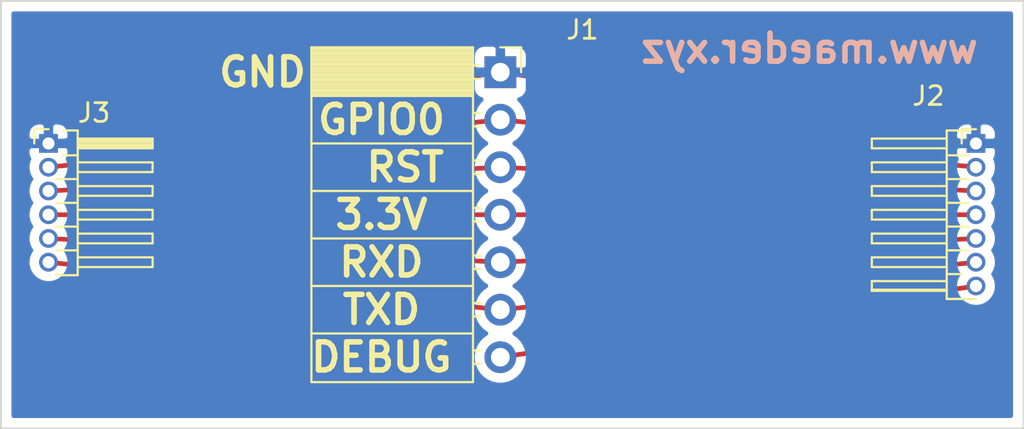
<source format=kicad_pcb>
(kicad_pcb (version 20171130) (host pcbnew "(5.1.9)-1")

  (general
    (thickness 1.6)
    (drawings 9)
    (tracks 13)
    (zones 0)
    (modules 3)
    (nets 8)
  )

  (page A4)
  (layers
    (0 F.Cu signal)
    (31 B.Cu signal)
    (32 B.Adhes user)
    (33 F.Adhes user)
    (34 B.Paste user)
    (35 F.Paste user)
    (36 B.SilkS user)
    (37 F.SilkS user)
    (38 B.Mask user)
    (39 F.Mask user)
    (40 Dwgs.User user)
    (41 Cmts.User user)
    (42 Eco1.User user)
    (43 Eco2.User user)
    (44 Edge.Cuts user)
    (45 Margin user)
    (46 B.CrtYd user)
    (47 F.CrtYd user)
    (48 B.Fab user)
    (49 F.Fab user)
  )

  (setup
    (last_trace_width 0.25)
    (trace_clearance 0.2)
    (zone_clearance 0.508)
    (zone_45_only no)
    (trace_min 0.2)
    (via_size 0.8)
    (via_drill 0.4)
    (via_min_size 0.4)
    (via_min_drill 0.3)
    (uvia_size 0.3)
    (uvia_drill 0.1)
    (uvias_allowed no)
    (uvia_min_size 0.2)
    (uvia_min_drill 0.1)
    (edge_width 0.05)
    (segment_width 0.2)
    (pcb_text_width 0.3)
    (pcb_text_size 1.5 1.5)
    (mod_edge_width 0.12)
    (mod_text_size 1 1)
    (mod_text_width 0.15)
    (pad_size 1.524 1.524)
    (pad_drill 0.762)
    (pad_to_mask_clearance 0)
    (aux_axis_origin 0 0)
    (visible_elements 7FFFFFFF)
    (pcbplotparams
      (layerselection 0x010fc_ffffffff)
      (usegerberextensions false)
      (usegerberattributes true)
      (usegerberadvancedattributes true)
      (creategerberjobfile true)
      (excludeedgelayer true)
      (linewidth 0.100000)
      (plotframeref false)
      (viasonmask false)
      (mode 1)
      (useauxorigin false)
      (hpglpennumber 1)
      (hpglpenspeed 20)
      (hpglpendiameter 15.000000)
      (psnegative false)
      (psa4output false)
      (plotreference true)
      (plotvalue true)
      (plotinvisibletext false)
      (padsonsilk false)
      (subtractmaskfromsilk false)
      (outputformat 1)
      (mirror false)
      (drillshape 1)
      (scaleselection 1)
      (outputdirectory ""))
  )

  (net 0 "")
  (net 1 "Net-(J1-Pad7)")
  (net 2 "Net-(J1-Pad6)")
  (net 3 "Net-(J1-Pad5)")
  (net 4 "Net-(J1-Pad4)")
  (net 5 "Net-(J1-Pad3)")
  (net 6 "Net-(J1-Pad2)")
  (net 7 "Net-(J1-Pad1)")

  (net_class Default "This is the default net class."
    (clearance 0.2)
    (trace_width 0.25)
    (via_dia 0.8)
    (via_drill 0.4)
    (uvia_dia 0.3)
    (uvia_drill 0.1)
    (add_net "Net-(J1-Pad1)")
    (add_net "Net-(J1-Pad2)")
    (add_net "Net-(J1-Pad3)")
    (add_net "Net-(J1-Pad4)")
    (add_net "Net-(J1-Pad5)")
    (add_net "Net-(J1-Pad6)")
    (add_net "Net-(J1-Pad7)")
  )

  (module Connector_PinHeader_1.27mm:PinHeader_1x07_P1.27mm_Horizontal (layer F.Cu) (tedit 6004C432) (tstamp 60050DDD)
    (at 241.3 109.22)
    (descr "Through hole angled pin header, 1x07, 1.27mm pitch, 4.0mm pin length, single row")
    (tags "Through hole angled pin header THT 1x07 1.27mm single row")
    (path /600717E6)
    (fp_text reference J2 (at -2.54 -2.54 -180) (layer F.SilkS)
      (effects (font (size 1 1) (thickness 0.15)))
    )
    (fp_text value "SHELLY DIMMER2" (at -5.08 10.16) (layer F.Fab)
      (effects (font (size 1 1) (thickness 0.15)))
    )
    (fp_line (start -6 -1.18) (end -1.15 -1.15) (layer F.CrtYd) (width 0.05))
    (fp_line (start -6 -1.18) (end -6 8.77) (layer F.CrtYd) (width 0.05))
    (fp_line (start -1.15 8.8) (end -6 8.77) (layer F.CrtYd) (width 0.05))
    (fp_line (start -1.15 -1.15) (end -1.15 8.8) (layer F.CrtYd) (width 0.05))
    (fp_line (start -0.76 -0.76) (end 0 -0.76) (layer F.SilkS) (width 0.12))
    (fp_line (start -0.76 0) (end -0.76 -0.76) (layer F.SilkS) (width 0.12))
    (fp_line (start -5.56 -0.26) (end -1.56 -0.26) (layer F.SilkS) (width 0.12))
    (fp_line (start -5.56 0.26) (end -5.56 -0.26) (layer F.SilkS) (width 0.12))
    (fp_line (start -1.56 0.26) (end -5.56 0.26) (layer F.SilkS) (width 0.12))
    (fp_line (start -0.44 0.650323) (end -0.44 0.619677) (layer F.SilkS) (width 0.12))
    (fp_line (start -0.44 0.635) (end -1.56 0.635) (layer F.SilkS) (width 0.12))
    (fp_line (start -5.56 1.01) (end -1.56 1.01) (layer F.SilkS) (width 0.12))
    (fp_line (start -5.56 1.53) (end -5.56 1.01) (layer F.SilkS) (width 0.12))
    (fp_line (start -1.56 1.53) (end -5.56 1.53) (layer F.SilkS) (width 0.12))
    (fp_line (start -0.44 1.920323) (end -0.44 1.889677) (layer F.SilkS) (width 0.12))
    (fp_line (start -0.44 1.905) (end -1.56 1.905) (layer F.SilkS) (width 0.12))
    (fp_line (start -5.56 2.28) (end -1.56 2.28) (layer F.SilkS) (width 0.12))
    (fp_line (start -5.56 2.8) (end -5.56 2.28) (layer F.SilkS) (width 0.12))
    (fp_line (start -1.56 2.8) (end -5.56 2.8) (layer F.SilkS) (width 0.12))
    (fp_line (start -0.44 3.190323) (end -0.44 3.159677) (layer F.SilkS) (width 0.12))
    (fp_line (start -0.44 3.175) (end -1.56 3.175) (layer F.SilkS) (width 0.12))
    (fp_line (start -5.56 3.55) (end -1.56 3.55) (layer F.SilkS) (width 0.12))
    (fp_line (start -5.56 4.07) (end -5.56 3.55) (layer F.SilkS) (width 0.12))
    (fp_line (start -1.56 4.07) (end -5.56 4.07) (layer F.SilkS) (width 0.12))
    (fp_line (start -0.44 4.460323) (end -0.44 4.429677) (layer F.SilkS) (width 0.12))
    (fp_line (start -0.44 4.445) (end -1.56 4.445) (layer F.SilkS) (width 0.12))
    (fp_line (start -5.56 4.82) (end -1.56 4.82) (layer F.SilkS) (width 0.12))
    (fp_line (start -5.56 5.34) (end -5.56 4.82) (layer F.SilkS) (width 0.12))
    (fp_line (start -1.56 5.34) (end -5.56 5.34) (layer F.SilkS) (width 0.12))
    (fp_line (start -0.44 5.730323) (end -0.44 5.699677) (layer F.SilkS) (width 0.12))
    (fp_line (start -0.44 5.715) (end -1.56 5.715) (layer F.SilkS) (width 0.12))
    (fp_line (start -5.56 6.09) (end -1.56 6.09) (layer F.SilkS) (width 0.12))
    (fp_line (start -5.56 6.61) (end -5.56 6.09) (layer F.SilkS) (width 0.12))
    (fp_line (start -1.56 6.61) (end -5.56 6.61) (layer F.SilkS) (width 0.12))
    (fp_line (start -0.76 6.985) (end -1.56 6.985) (layer F.SilkS) (width 0.12))
    (fp_line (start 0 8.315) (end -1.56 8.315) (layer F.SilkS) (width 0.12))
    (fp_line (start -1.56 7.82) (end -5.56 7.82) (layer F.SilkS) (width 0.12))
    (fp_line (start -5.56 7.36) (end -1.56 7.36) (layer F.SilkS) (width 0.12))
    (fp_line (start -5.56 7.88) (end -5.56 7.36) (layer F.SilkS) (width 0.12))
    (fp_line (start -1.56 7.88) (end -5.56 7.88) (layer F.SilkS) (width 0.12))
    (fp_line (start -0.44 -0.695) (end -0.44 -0.619677) (layer F.SilkS) (width 0.12))
    (fp_line (start -1.56 -0.695) (end -0.44 -0.695) (layer F.SilkS) (width 0.12))
    (fp_line (start -1.56 8.315) (end -1.56 -0.695) (layer F.SilkS) (width 0.12))
    (fp_line (start -0.76 8.315) (end -1.56 8.315) (layer F.SilkS) (width 0.12))
    (fp_line (start -1.5 -0.2) (end -5.5 -0.2) (layer F.Fab) (width 0.1))
    (fp_line (start -5.5 0.2) (end -5.5 -0.2) (layer F.Fab) (width 0.1))
    (fp_line (start -1.5 0.2) (end -5.5 0.2) (layer F.Fab) (width 0.1))
    (fp_line (start -0.2 7.82) (end 0.5 7.82) (layer F.Fab) (width 0.1))
    (fp_line (start -0.2 7.42) (end -0.2 7.82) (layer F.Fab) (width 0.1))
    (fp_line (start -0.2 7.42) (end 0.5 7.42) (layer F.Fab) (width 0.1))
    (fp_line (start -1.5 1.07) (end -5.5 1.07) (layer F.Fab) (width 0.1))
    (fp_line (start -5.5 1.47) (end -5.5 1.07) (layer F.Fab) (width 0.1))
    (fp_line (start -1.5 1.47) (end -5.5 1.47) (layer F.Fab) (width 0.1))
    (fp_line (start -0.2 6.55) (end 0.5 6.55) (layer F.Fab) (width 0.1))
    (fp_line (start -0.2 6.15) (end -0.2 6.55) (layer F.Fab) (width 0.1))
    (fp_line (start -0.2 6.15) (end 0.5 6.15) (layer F.Fab) (width 0.1))
    (fp_line (start -1.5 2.34) (end -5.5 2.34) (layer F.Fab) (width 0.1))
    (fp_line (start -5.5 2.74) (end -5.5 2.34) (layer F.Fab) (width 0.1))
    (fp_line (start -1.5 2.74) (end -5.5 2.74) (layer F.Fab) (width 0.1))
    (fp_line (start -0.2 5.28) (end 0.5 5.28) (layer F.Fab) (width 0.1))
    (fp_line (start -0.2 4.88) (end -0.2 5.28) (layer F.Fab) (width 0.1))
    (fp_line (start -0.2 4.88) (end 0.5 4.88) (layer F.Fab) (width 0.1))
    (fp_line (start -1.5 3.61) (end -5.5 3.61) (layer F.Fab) (width 0.1))
    (fp_line (start -5.5 4.01) (end -5.5 3.61) (layer F.Fab) (width 0.1))
    (fp_line (start -1.5 4.01) (end -5.5 4.01) (layer F.Fab) (width 0.1))
    (fp_line (start -0.2 4.01) (end 0.5 4.01) (layer F.Fab) (width 0.1))
    (fp_line (start -0.2 3.61) (end -0.2 4.01) (layer F.Fab) (width 0.1))
    (fp_line (start -0.2 3.61) (end 0.5 3.61) (layer F.Fab) (width 0.1))
    (fp_line (start -1.5 4.88) (end -5.5 4.88) (layer F.Fab) (width 0.1))
    (fp_line (start -5.5 5.28) (end -5.5 4.88) (layer F.Fab) (width 0.1))
    (fp_line (start -1.5 5.28) (end -5.5 5.28) (layer F.Fab) (width 0.1))
    (fp_line (start -0.2 2.74) (end 0.5 2.74) (layer F.Fab) (width 0.1))
    (fp_line (start -0.2 2.34) (end -0.2 2.74) (layer F.Fab) (width 0.1))
    (fp_line (start -0.2 2.34) (end 0.5 2.34) (layer F.Fab) (width 0.1))
    (fp_line (start -1.5 6.15) (end -5.5 6.15) (layer F.Fab) (width 0.1))
    (fp_line (start -5.5 6.55) (end -5.5 6.15) (layer F.Fab) (width 0.1))
    (fp_line (start -1.5 6.55) (end -5.5 6.55) (layer F.Fab) (width 0.1))
    (fp_line (start -0.2 1.47) (end 0.5 1.47) (layer F.Fab) (width 0.1))
    (fp_line (start -0.2 1.07) (end -0.2 1.47) (layer F.Fab) (width 0.1))
    (fp_line (start -0.2 1.07) (end 0.5 1.07) (layer F.Fab) (width 0.1))
    (fp_line (start -1.5 7.42) (end -5.5 7.42) (layer F.Fab) (width 0.1))
    (fp_line (start -5.5 7.82) (end -5.5 7.42) (layer F.Fab) (width 0.1))
    (fp_line (start -1.5 7.82) (end -5.5 7.82) (layer F.Fab) (width 0.1))
    (fp_line (start -0.2 0.2) (end 0.5 0.2) (layer F.Fab) (width 0.1))
    (fp_line (start -0.2 -0.2) (end -0.2 0.2) (layer F.Fab) (width 0.1))
    (fp_line (start -0.2 -0.2) (end 0.5 -0.2) (layer F.Fab) (width 0.1))
    (fp_line (start -0.5 8.005) (end -0.75 8.255) (layer F.Fab) (width 0.1))
    (fp_line (start -0.5 -0.635) (end -0.5 8.005) (layer F.Fab) (width 0.1))
    (fp_line (start -1.5 -0.635) (end -0.5 -0.635) (layer F.Fab) (width 0.1))
    (fp_line (start -1.5 8.255) (end -1.5 -0.635) (layer F.Fab) (width 0.1))
    (fp_line (start -0.75 8.255) (end -1.5 8.255) (layer F.Fab) (width 0.1))
    (fp_text user %R (at -1 3.81 -90) (layer F.Fab)
      (effects (font (size 0.6 0.6) (thickness 0.09)))
    )
    (pad 7 thru_hole oval (at 0 7.62) (size 1 1) (drill 0.65) (layers *.Cu *.Mask)
      (net 1 "Net-(J1-Pad7)"))
    (pad 6 thru_hole oval (at 0 6.35) (size 1 1) (drill 0.65) (layers *.Cu *.Mask)
      (net 2 "Net-(J1-Pad6)"))
    (pad 5 thru_hole oval (at 0 5.08) (size 1 1) (drill 0.65) (layers *.Cu *.Mask)
      (net 3 "Net-(J1-Pad5)"))
    (pad 4 thru_hole oval (at 0 3.81) (size 1 1) (drill 0.65) (layers *.Cu *.Mask)
      (net 4 "Net-(J1-Pad4)"))
    (pad 3 thru_hole oval (at 0 2.54) (size 1 1) (drill 0.65) (layers *.Cu *.Mask)
      (net 5 "Net-(J1-Pad3)"))
    (pad 2 thru_hole oval (at 0 1.27) (size 1 1) (drill 0.65) (layers *.Cu *.Mask)
      (net 6 "Net-(J1-Pad2)"))
    (pad 1 thru_hole rect (at 0 0) (size 1 1) (drill 0.65) (layers *.Cu *.Mask)
      (net 7 "Net-(J1-Pad1)"))
    (model ${KISYS3DMOD}/Connector_PinHeader_1.27mm.3dshapes/PinHeader_1x07_P1.27mm_Horizontal.wrl
      (at (xyz 0 0 0))
      (scale (xyz 1 1 1))
      (rotate (xyz 0 0 0))
    )
  )

  (module Connector_PinSocket_2.54mm:PinSocket_1x07_P2.54mm_Horizontal (layer F.Cu) (tedit 5A19A42A) (tstamp 60050D74)
    (at 215.9 105.41)
    (descr "Through hole angled socket strip, 1x07, 2.54mm pitch, 8.51mm socket length, single row (from Kicad 4.0.7), script generated")
    (tags "Through hole angled socket strip THT 1x07 2.54mm single row")
    (path /60074397)
    (fp_text reference J1 (at 4.385 -2.27) (layer F.SilkS)
      (effects (font (size 1 1) (thickness 0.15)))
    )
    (fp_text value TO_SERIAL_USB (at 4.385 17.51) (layer F.Fab)
      (effects (font (size 1 1) (thickness 0.15)))
    )
    (fp_text user %R (at 2.77 7.62 90) (layer F.Fab)
      (effects (font (size 1 1) (thickness 0.15)))
    )
    (fp_line (start -10.03 -1.27) (end -2.49 -1.27) (layer F.Fab) (width 0.1))
    (fp_line (start -2.49 -1.27) (end -1.52 -0.3) (layer F.Fab) (width 0.1))
    (fp_line (start -1.52 -0.3) (end -1.52 16.51) (layer F.Fab) (width 0.1))
    (fp_line (start -1.52 16.51) (end -10.03 16.51) (layer F.Fab) (width 0.1))
    (fp_line (start -10.03 16.51) (end -10.03 -1.27) (layer F.Fab) (width 0.1))
    (fp_line (start 0 -0.3) (end -1.52 -0.3) (layer F.Fab) (width 0.1))
    (fp_line (start -1.52 0.3) (end 0 0.3) (layer F.Fab) (width 0.1))
    (fp_line (start 0 0.3) (end 0 -0.3) (layer F.Fab) (width 0.1))
    (fp_line (start 0 2.24) (end -1.52 2.24) (layer F.Fab) (width 0.1))
    (fp_line (start -1.52 2.84) (end 0 2.84) (layer F.Fab) (width 0.1))
    (fp_line (start 0 2.84) (end 0 2.24) (layer F.Fab) (width 0.1))
    (fp_line (start 0 4.78) (end -1.52 4.78) (layer F.Fab) (width 0.1))
    (fp_line (start -1.52 5.38) (end 0 5.38) (layer F.Fab) (width 0.1))
    (fp_line (start 0 5.38) (end 0 4.78) (layer F.Fab) (width 0.1))
    (fp_line (start 0 7.32) (end -1.52 7.32) (layer F.Fab) (width 0.1))
    (fp_line (start -1.52 7.92) (end 0 7.92) (layer F.Fab) (width 0.1))
    (fp_line (start 0 7.92) (end 0 7.32) (layer F.Fab) (width 0.1))
    (fp_line (start 0 9.86) (end -1.52 9.86) (layer F.Fab) (width 0.1))
    (fp_line (start -1.52 10.46) (end 0 10.46) (layer F.Fab) (width 0.1))
    (fp_line (start 0 10.46) (end 0 9.86) (layer F.Fab) (width 0.1))
    (fp_line (start 0 12.4) (end -1.52 12.4) (layer F.Fab) (width 0.1))
    (fp_line (start -1.52 13) (end 0 13) (layer F.Fab) (width 0.1))
    (fp_line (start 0 13) (end 0 12.4) (layer F.Fab) (width 0.1))
    (fp_line (start 0 14.94) (end -1.52 14.94) (layer F.Fab) (width 0.1))
    (fp_line (start -1.52 15.54) (end 0 15.54) (layer F.Fab) (width 0.1))
    (fp_line (start 0 15.54) (end 0 14.94) (layer F.Fab) (width 0.1))
    (fp_line (start -10.09 -1.21) (end -1.46 -1.21) (layer F.SilkS) (width 0.12))
    (fp_line (start -10.09 -1.091905) (end -1.46 -1.091905) (layer F.SilkS) (width 0.12))
    (fp_line (start -10.09 -0.97381) (end -1.46 -0.97381) (layer F.SilkS) (width 0.12))
    (fp_line (start -10.09 -0.855715) (end -1.46 -0.855715) (layer F.SilkS) (width 0.12))
    (fp_line (start -10.09 -0.73762) (end -1.46 -0.73762) (layer F.SilkS) (width 0.12))
    (fp_line (start -10.09 -0.619525) (end -1.46 -0.619525) (layer F.SilkS) (width 0.12))
    (fp_line (start -10.09 -0.50143) (end -1.46 -0.50143) (layer F.SilkS) (width 0.12))
    (fp_line (start -10.09 -0.383335) (end -1.46 -0.383335) (layer F.SilkS) (width 0.12))
    (fp_line (start -10.09 -0.26524) (end -1.46 -0.26524) (layer F.SilkS) (width 0.12))
    (fp_line (start -10.09 -0.147145) (end -1.46 -0.147145) (layer F.SilkS) (width 0.12))
    (fp_line (start -10.09 -0.02905) (end -1.46 -0.02905) (layer F.SilkS) (width 0.12))
    (fp_line (start -10.09 0.089045) (end -1.46 0.089045) (layer F.SilkS) (width 0.12))
    (fp_line (start -10.09 0.20714) (end -1.46 0.20714) (layer F.SilkS) (width 0.12))
    (fp_line (start -10.09 0.325235) (end -1.46 0.325235) (layer F.SilkS) (width 0.12))
    (fp_line (start -10.09 0.44333) (end -1.46 0.44333) (layer F.SilkS) (width 0.12))
    (fp_line (start -10.09 0.561425) (end -1.46 0.561425) (layer F.SilkS) (width 0.12))
    (fp_line (start -10.09 0.67952) (end -1.46 0.67952) (layer F.SilkS) (width 0.12))
    (fp_line (start -10.09 0.797615) (end -1.46 0.797615) (layer F.SilkS) (width 0.12))
    (fp_line (start -10.09 0.91571) (end -1.46 0.91571) (layer F.SilkS) (width 0.12))
    (fp_line (start -10.09 1.033805) (end -1.46 1.033805) (layer F.SilkS) (width 0.12))
    (fp_line (start -10.09 1.1519) (end -1.46 1.1519) (layer F.SilkS) (width 0.12))
    (fp_line (start -1.46 -0.36) (end -1.11 -0.36) (layer F.SilkS) (width 0.12))
    (fp_line (start -1.46 0.36) (end -1.11 0.36) (layer F.SilkS) (width 0.12))
    (fp_line (start -1.46 2.18) (end -1.05 2.18) (layer F.SilkS) (width 0.12))
    (fp_line (start -1.46 2.9) (end -1.05 2.9) (layer F.SilkS) (width 0.12))
    (fp_line (start -1.46 4.72) (end -1.05 4.72) (layer F.SilkS) (width 0.12))
    (fp_line (start -1.46 5.44) (end -1.05 5.44) (layer F.SilkS) (width 0.12))
    (fp_line (start -1.46 7.26) (end -1.05 7.26) (layer F.SilkS) (width 0.12))
    (fp_line (start -1.46 7.98) (end -1.05 7.98) (layer F.SilkS) (width 0.12))
    (fp_line (start -1.46 9.8) (end -1.05 9.8) (layer F.SilkS) (width 0.12))
    (fp_line (start -1.46 10.52) (end -1.05 10.52) (layer F.SilkS) (width 0.12))
    (fp_line (start -1.46 12.34) (end -1.05 12.34) (layer F.SilkS) (width 0.12))
    (fp_line (start -1.46 13.06) (end -1.05 13.06) (layer F.SilkS) (width 0.12))
    (fp_line (start -1.46 14.88) (end -1.05 14.88) (layer F.SilkS) (width 0.12))
    (fp_line (start -1.46 15.6) (end -1.05 15.6) (layer F.SilkS) (width 0.12))
    (fp_line (start -10.09 1.27) (end -1.46 1.27) (layer F.SilkS) (width 0.12))
    (fp_line (start -10.09 3.81) (end -1.46 3.81) (layer F.SilkS) (width 0.12))
    (fp_line (start -10.09 6.35) (end -1.46 6.35) (layer F.SilkS) (width 0.12))
    (fp_line (start -10.09 8.89) (end -1.46 8.89) (layer F.SilkS) (width 0.12))
    (fp_line (start -10.09 11.43) (end -1.46 11.43) (layer F.SilkS) (width 0.12))
    (fp_line (start -10.09 13.97) (end -1.46 13.97) (layer F.SilkS) (width 0.12))
    (fp_line (start -10.09 -1.33) (end -1.46 -1.33) (layer F.SilkS) (width 0.12))
    (fp_line (start -1.46 -1.33) (end -1.46 16.57) (layer F.SilkS) (width 0.12))
    (fp_line (start -10.09 16.57) (end -1.46 16.57) (layer F.SilkS) (width 0.12))
    (fp_line (start -10.09 -1.33) (end -10.09 16.57) (layer F.SilkS) (width 0.12))
    (fp_line (start 1.11 -1.33) (end 1.11 0) (layer F.SilkS) (width 0.12))
    (fp_line (start 0 -1.33) (end 1.11 -1.33) (layer F.SilkS) (width 0.12))
    (fp_line (start 1.75 -1.75) (end -10.55 -1.75) (layer F.CrtYd) (width 0.05))
    (fp_line (start -10.55 -1.75) (end -10.55 17.05) (layer F.CrtYd) (width 0.05))
    (fp_line (start -10.55 17.05) (end 1.75 17.05) (layer F.CrtYd) (width 0.05))
    (fp_line (start 1.75 17.05) (end 1.75 -1.75) (layer F.CrtYd) (width 0.05))
    (pad 7 thru_hole oval (at 0 15.24) (size 1.7 1.7) (drill 1) (layers *.Cu *.Mask)
      (net 1 "Net-(J1-Pad7)"))
    (pad 6 thru_hole oval (at 0 12.7) (size 1.7 1.7) (drill 1) (layers *.Cu *.Mask)
      (net 2 "Net-(J1-Pad6)"))
    (pad 5 thru_hole oval (at 0 10.16) (size 1.7 1.7) (drill 1) (layers *.Cu *.Mask)
      (net 3 "Net-(J1-Pad5)"))
    (pad 4 thru_hole oval (at 0 7.62) (size 1.7 1.7) (drill 1) (layers *.Cu *.Mask)
      (net 4 "Net-(J1-Pad4)"))
    (pad 3 thru_hole oval (at 0 5.08) (size 1.7 1.7) (drill 1) (layers *.Cu *.Mask)
      (net 5 "Net-(J1-Pad3)"))
    (pad 2 thru_hole oval (at 0 2.54) (size 1.7 1.7) (drill 1) (layers *.Cu *.Mask)
      (net 6 "Net-(J1-Pad2)"))
    (pad 1 thru_hole rect (at 0 0) (size 1.7 1.7) (drill 1) (layers *.Cu *.Mask)
      (net 7 "Net-(J1-Pad1)"))
    (model ${KISYS3DMOD}/Connector_PinSocket_2.54mm.3dshapes/PinSocket_1x07_P2.54mm_Horizontal.wrl
      (at (xyz 0 0 0))
      (scale (xyz 1 1 1))
      (rotate (xyz 0 0 0))
    )
  )

  (module Connector_PinHeader_1.27mm:PinHeader_1x06_P1.27mm_Horizontal (layer F.Cu) (tedit 59FED6E3) (tstamp 60050E3A)
    (at 191.77 109.22)
    (descr "Through hole angled pin header, 1x06, 1.27mm pitch, 4.0mm pin length, single row")
    (tags "Through hole angled pin header THT 1x06 1.27mm single row")
    (path /6007A990)
    (fp_text reference J3 (at 2.4325 -1.635) (layer F.SilkS)
      (effects (font (size 1 1) (thickness 0.15)))
    )
    (fp_text value "SHELLY 2.5" (at 3.81 8.89) (layer F.Fab)
      (effects (font (size 1 1) (thickness 0.15)))
    )
    (fp_line (start 6 -1.15) (end -1.15 -1.15) (layer F.CrtYd) (width 0.05))
    (fp_line (start 6 7.5) (end 6 -1.15) (layer F.CrtYd) (width 0.05))
    (fp_line (start -1.15 7.5) (end 6 7.5) (layer F.CrtYd) (width 0.05))
    (fp_line (start -1.15 -1.15) (end -1.15 7.5) (layer F.CrtYd) (width 0.05))
    (fp_line (start -0.76 -0.76) (end 0 -0.76) (layer F.SilkS) (width 0.12))
    (fp_line (start -0.76 0) (end -0.76 -0.76) (layer F.SilkS) (width 0.12))
    (fp_line (start 5.56 6.61) (end 1.56 6.61) (layer F.SilkS) (width 0.12))
    (fp_line (start 5.56 6.09) (end 5.56 6.61) (layer F.SilkS) (width 0.12))
    (fp_line (start 1.56 6.09) (end 5.56 6.09) (layer F.SilkS) (width 0.12))
    (fp_line (start 0.44 5.699677) (end 0.44 5.730323) (layer F.SilkS) (width 0.12))
    (fp_line (start 0.44 5.715) (end 1.56 5.715) (layer F.SilkS) (width 0.12))
    (fp_line (start 5.56 5.34) (end 1.56 5.34) (layer F.SilkS) (width 0.12))
    (fp_line (start 5.56 4.82) (end 5.56 5.34) (layer F.SilkS) (width 0.12))
    (fp_line (start 1.56 4.82) (end 5.56 4.82) (layer F.SilkS) (width 0.12))
    (fp_line (start 0.44 4.429677) (end 0.44 4.460323) (layer F.SilkS) (width 0.12))
    (fp_line (start 0.44 4.445) (end 1.56 4.445) (layer F.SilkS) (width 0.12))
    (fp_line (start 5.56 4.07) (end 1.56 4.07) (layer F.SilkS) (width 0.12))
    (fp_line (start 5.56 3.55) (end 5.56 4.07) (layer F.SilkS) (width 0.12))
    (fp_line (start 1.56 3.55) (end 5.56 3.55) (layer F.SilkS) (width 0.12))
    (fp_line (start 0.44 3.159677) (end 0.44 3.190323) (layer F.SilkS) (width 0.12))
    (fp_line (start 0.44 3.175) (end 1.56 3.175) (layer F.SilkS) (width 0.12))
    (fp_line (start 5.56 2.8) (end 1.56 2.8) (layer F.SilkS) (width 0.12))
    (fp_line (start 5.56 2.28) (end 5.56 2.8) (layer F.SilkS) (width 0.12))
    (fp_line (start 1.56 2.28) (end 5.56 2.28) (layer F.SilkS) (width 0.12))
    (fp_line (start 0.44 1.889677) (end 0.44 1.920323) (layer F.SilkS) (width 0.12))
    (fp_line (start 0.44 1.905) (end 1.56 1.905) (layer F.SilkS) (width 0.12))
    (fp_line (start 5.56 1.53) (end 1.56 1.53) (layer F.SilkS) (width 0.12))
    (fp_line (start 5.56 1.01) (end 5.56 1.53) (layer F.SilkS) (width 0.12))
    (fp_line (start 1.56 1.01) (end 5.56 1.01) (layer F.SilkS) (width 0.12))
    (fp_line (start 0.76 0.635) (end 1.56 0.635) (layer F.SilkS) (width 0.12))
    (fp_line (start 1.56 0.16) (end 5.56 0.16) (layer F.SilkS) (width 0.12))
    (fp_line (start 1.56 0.04) (end 5.56 0.04) (layer F.SilkS) (width 0.12))
    (fp_line (start 1.56 -0.08) (end 5.56 -0.08) (layer F.SilkS) (width 0.12))
    (fp_line (start 1.56 -0.2) (end 5.56 -0.2) (layer F.SilkS) (width 0.12))
    (fp_line (start 5.56 0.26) (end 1.56 0.26) (layer F.SilkS) (width 0.12))
    (fp_line (start 5.56 -0.26) (end 5.56 0.26) (layer F.SilkS) (width 0.12))
    (fp_line (start 1.56 -0.26) (end 5.56 -0.26) (layer F.SilkS) (width 0.12))
    (fp_line (start 0.44 7.045) (end 0.44 6.969677) (layer F.SilkS) (width 0.12))
    (fp_line (start 1.56 7.045) (end 0.44 7.045) (layer F.SilkS) (width 0.12))
    (fp_line (start 1.56 -0.695) (end 1.56 7.045) (layer F.SilkS) (width 0.12))
    (fp_line (start 0.76 -0.695) (end 1.56 -0.695) (layer F.SilkS) (width 0.12))
    (fp_line (start 1.5 6.55) (end 5.5 6.55) (layer F.Fab) (width 0.1))
    (fp_line (start 5.5 6.15) (end 5.5 6.55) (layer F.Fab) (width 0.1))
    (fp_line (start 1.5 6.15) (end 5.5 6.15) (layer F.Fab) (width 0.1))
    (fp_line (start -0.2 6.55) (end 0.5 6.55) (layer F.Fab) (width 0.1))
    (fp_line (start -0.2 6.15) (end -0.2 6.55) (layer F.Fab) (width 0.1))
    (fp_line (start -0.2 6.15) (end 0.5 6.15) (layer F.Fab) (width 0.1))
    (fp_line (start 1.5 5.28) (end 5.5 5.28) (layer F.Fab) (width 0.1))
    (fp_line (start 5.5 4.88) (end 5.5 5.28) (layer F.Fab) (width 0.1))
    (fp_line (start 1.5 4.88) (end 5.5 4.88) (layer F.Fab) (width 0.1))
    (fp_line (start -0.2 5.28) (end 0.5 5.28) (layer F.Fab) (width 0.1))
    (fp_line (start -0.2 4.88) (end -0.2 5.28) (layer F.Fab) (width 0.1))
    (fp_line (start -0.2 4.88) (end 0.5 4.88) (layer F.Fab) (width 0.1))
    (fp_line (start 1.5 4.01) (end 5.5 4.01) (layer F.Fab) (width 0.1))
    (fp_line (start 5.5 3.61) (end 5.5 4.01) (layer F.Fab) (width 0.1))
    (fp_line (start 1.5 3.61) (end 5.5 3.61) (layer F.Fab) (width 0.1))
    (fp_line (start -0.2 4.01) (end 0.5 4.01) (layer F.Fab) (width 0.1))
    (fp_line (start -0.2 3.61) (end -0.2 4.01) (layer F.Fab) (width 0.1))
    (fp_line (start -0.2 3.61) (end 0.5 3.61) (layer F.Fab) (width 0.1))
    (fp_line (start 1.5 2.74) (end 5.5 2.74) (layer F.Fab) (width 0.1))
    (fp_line (start 5.5 2.34) (end 5.5 2.74) (layer F.Fab) (width 0.1))
    (fp_line (start 1.5 2.34) (end 5.5 2.34) (layer F.Fab) (width 0.1))
    (fp_line (start -0.2 2.74) (end 0.5 2.74) (layer F.Fab) (width 0.1))
    (fp_line (start -0.2 2.34) (end -0.2 2.74) (layer F.Fab) (width 0.1))
    (fp_line (start -0.2 2.34) (end 0.5 2.34) (layer F.Fab) (width 0.1))
    (fp_line (start 1.5 1.47) (end 5.5 1.47) (layer F.Fab) (width 0.1))
    (fp_line (start 5.5 1.07) (end 5.5 1.47) (layer F.Fab) (width 0.1))
    (fp_line (start 1.5 1.07) (end 5.5 1.07) (layer F.Fab) (width 0.1))
    (fp_line (start -0.2 1.47) (end 0.5 1.47) (layer F.Fab) (width 0.1))
    (fp_line (start -0.2 1.07) (end -0.2 1.47) (layer F.Fab) (width 0.1))
    (fp_line (start -0.2 1.07) (end 0.5 1.07) (layer F.Fab) (width 0.1))
    (fp_line (start 1.5 0.2) (end 5.5 0.2) (layer F.Fab) (width 0.1))
    (fp_line (start 5.5 -0.2) (end 5.5 0.2) (layer F.Fab) (width 0.1))
    (fp_line (start 1.5 -0.2) (end 5.5 -0.2) (layer F.Fab) (width 0.1))
    (fp_line (start -0.2 0.2) (end 0.5 0.2) (layer F.Fab) (width 0.1))
    (fp_line (start -0.2 -0.2) (end -0.2 0.2) (layer F.Fab) (width 0.1))
    (fp_line (start -0.2 -0.2) (end 0.5 -0.2) (layer F.Fab) (width 0.1))
    (fp_line (start 0.5 -0.385) (end 0.75 -0.635) (layer F.Fab) (width 0.1))
    (fp_line (start 0.5 6.985) (end 0.5 -0.385) (layer F.Fab) (width 0.1))
    (fp_line (start 1.5 6.985) (end 0.5 6.985) (layer F.Fab) (width 0.1))
    (fp_line (start 1.5 -0.635) (end 1.5 6.985) (layer F.Fab) (width 0.1))
    (fp_line (start 0.75 -0.635) (end 1.5 -0.635) (layer F.Fab) (width 0.1))
    (fp_text user %R (at 1 3.175 90) (layer F.Fab)
      (effects (font (size 0.6 0.6) (thickness 0.09)))
    )
    (pad 6 thru_hole oval (at 0 6.35) (size 1 1) (drill 0.65) (layers *.Cu *.Mask)
      (net 2 "Net-(J1-Pad6)"))
    (pad 5 thru_hole oval (at 0 5.08) (size 1 1) (drill 0.65) (layers *.Cu *.Mask)
      (net 3 "Net-(J1-Pad5)"))
    (pad 4 thru_hole oval (at 0 3.81) (size 1 1) (drill 0.65) (layers *.Cu *.Mask)
      (net 4 "Net-(J1-Pad4)"))
    (pad 3 thru_hole oval (at 0 2.54) (size 1 1) (drill 0.65) (layers *.Cu *.Mask)
      (net 5 "Net-(J1-Pad3)"))
    (pad 2 thru_hole oval (at 0 1.27) (size 1 1) (drill 0.65) (layers *.Cu *.Mask)
      (net 6 "Net-(J1-Pad2)"))
    (pad 1 thru_hole rect (at 0 0) (size 1 1) (drill 0.65) (layers *.Cu *.Mask)
      (net 7 "Net-(J1-Pad1)"))
    (model ${KISYS3DMOD}/Connector_PinHeader_1.27mm.3dshapes/PinHeader_1x06_P1.27mm_Horizontal.wrl
      (at (xyz 0 0 0))
      (scale (xyz 1 1 1))
      (rotate (xyz 0 0 0))
    )
  )

  (gr_text www.maeder.xyz (at 232.41 104.14) (layer B.SilkS)
    (effects (font (size 1.5 1.5) (thickness 0.3)) (justify mirror))
  )
  (gr_poly (pts (xy 243.84 124.46) (xy 189.23 124.46) (xy 189.23 101.6) (xy 243.84 101.6)) (layer Edge.Cuts) (width 0.1))
  (gr_text TXD (at 209.55 118.11) (layer F.SilkS)
    (effects (font (size 1.5 1.5) (thickness 0.3)))
  )
  (gr_text DEBUG (at 209.55 120.65) (layer F.SilkS)
    (effects (font (size 1.5 1.5) (thickness 0.3)))
  )
  (gr_text RXD (at 209.55 115.57) (layer F.SilkS)
    (effects (font (size 1.5 1.5) (thickness 0.3)))
  )
  (gr_text 3.3V (at 209.55 113.03) (layer F.SilkS)
    (effects (font (size 1.5 1.5) (thickness 0.3)))
  )
  (gr_text RST (at 210.82 110.49) (layer F.SilkS)
    (effects (font (size 1.5 1.5) (thickness 0.3)))
  )
  (gr_text GPIO0 (at 209.55 107.95) (layer F.SilkS)
    (effects (font (size 1.5 1.5) (thickness 0.3)))
  )
  (gr_text GND (at 203.2 105.41) (layer F.SilkS)
    (effects (font (size 1.5 1.5) (thickness 0.3)))
  )

  (segment (start 241.3 116.84) (end 215.9 120.65) (width 0.25) (layer F.Cu) (net 1))
  (segment (start 191.77 115.57) (end 215.9 118.11) (width 0.25) (layer F.Cu) (net 2))
  (segment (start 215.9 118.11) (end 241.3 115.57) (width 0.25) (layer F.Cu) (net 2))
  (segment (start 191.77 114.3) (end 215.9 115.57) (width 0.25) (layer F.Cu) (net 3))
  (segment (start 215.9 115.57) (end 241.3 114.3) (width 0.25) (layer F.Cu) (net 3))
  (segment (start 191.77 113.03) (end 215.9 113.03) (width 0.25) (layer F.Cu) (net 4))
  (segment (start 215.9 113.03) (end 241.3 113.03) (width 0.25) (layer F.Cu) (net 4))
  (segment (start 191.77 111.76) (end 215.9 110.49) (width 0.25) (layer F.Cu) (net 5))
  (segment (start 215.9 110.49) (end 241.3 111.76) (width 0.25) (layer F.Cu) (net 5))
  (segment (start 215.9 107.95) (end 191.77 110.49) (width 0.25) (layer F.Cu) (net 6))
  (segment (start 215.9 107.95) (end 241.3 110.49) (width 0.25) (layer F.Cu) (net 6))
  (segment (start 191.77 109.22) (end 215.9 105.41) (width 0.25) (layer F.Cu) (net 7))
  (segment (start 215.9 105.41) (end 241.3 109.22) (width 0.25) (layer F.Cu) (net 7))

  (zone (net 7) (net_name "Net-(J1-Pad1)") (layer B.Cu) (tstamp 0) (hatch edge 0.508)
    (connect_pads (clearance 0.508))
    (min_thickness 0.254)
    (fill yes (arc_segments 32) (thermal_gap 0.508) (thermal_bridge_width 0.508))
    (polygon
      (pts
        (xy 243.84 124.46) (xy 189.23 124.46) (xy 189.23 101.6) (xy 243.84 101.6)
      )
    )
    (filled_polygon
      (pts
        (xy 243.155001 123.775) (xy 189.915 123.775) (xy 189.915 109.72) (xy 190.631928 109.72) (xy 190.644188 109.844482)
        (xy 190.680498 109.96418) (xy 190.724888 110.047226) (xy 190.678617 110.158933) (xy 190.635 110.378212) (xy 190.635 110.601788)
        (xy 190.678617 110.821067) (xy 190.764176 111.027624) (xy 190.829241 111.125) (xy 190.764176 111.222376) (xy 190.678617 111.428933)
        (xy 190.635 111.648212) (xy 190.635 111.871788) (xy 190.678617 112.091067) (xy 190.764176 112.297624) (xy 190.829241 112.395)
        (xy 190.764176 112.492376) (xy 190.678617 112.698933) (xy 190.635 112.918212) (xy 190.635 113.141788) (xy 190.678617 113.361067)
        (xy 190.764176 113.567624) (xy 190.829241 113.665) (xy 190.764176 113.762376) (xy 190.678617 113.968933) (xy 190.635 114.188212)
        (xy 190.635 114.411788) (xy 190.678617 114.631067) (xy 190.764176 114.837624) (xy 190.829241 114.935) (xy 190.764176 115.032376)
        (xy 190.678617 115.238933) (xy 190.635 115.458212) (xy 190.635 115.681788) (xy 190.678617 115.901067) (xy 190.764176 116.107624)
        (xy 190.888388 116.29352) (xy 191.04648 116.451612) (xy 191.232376 116.575824) (xy 191.438933 116.661383) (xy 191.658212 116.705)
        (xy 191.881788 116.705) (xy 192.101067 116.661383) (xy 192.307624 116.575824) (xy 192.49352 116.451612) (xy 192.651612 116.29352)
        (xy 192.775824 116.107624) (xy 192.861383 115.901067) (xy 192.905 115.681788) (xy 192.905 115.458212) (xy 192.861383 115.238933)
        (xy 192.775824 115.032376) (xy 192.710759 114.935) (xy 192.775824 114.837624) (xy 192.861383 114.631067) (xy 192.905 114.411788)
        (xy 192.905 114.188212) (xy 192.861383 113.968933) (xy 192.775824 113.762376) (xy 192.710759 113.665) (xy 192.775824 113.567624)
        (xy 192.861383 113.361067) (xy 192.905 113.141788) (xy 192.905 112.918212) (xy 192.861383 112.698933) (xy 192.775824 112.492376)
        (xy 192.710759 112.395) (xy 192.775824 112.297624) (xy 192.861383 112.091067) (xy 192.905 111.871788) (xy 192.905 111.648212)
        (xy 192.861383 111.428933) (xy 192.775824 111.222376) (xy 192.710759 111.125) (xy 192.775824 111.027624) (xy 192.861383 110.821067)
        (xy 192.905 110.601788) (xy 192.905 110.378212) (xy 192.861383 110.158933) (xy 192.815112 110.047226) (xy 192.859502 109.96418)
        (xy 192.895812 109.844482) (xy 192.908072 109.72) (xy 192.905 109.50575) (xy 192.74625 109.347) (xy 191.897 109.347)
        (xy 191.897 109.358026) (xy 191.881788 109.355) (xy 191.658212 109.355) (xy 191.643 109.358026) (xy 191.643 109.347)
        (xy 190.79375 109.347) (xy 190.635 109.50575) (xy 190.631928 109.72) (xy 189.915 109.72) (xy 189.915 108.72)
        (xy 190.631928 108.72) (xy 190.635 108.93425) (xy 190.79375 109.093) (xy 191.643 109.093) (xy 191.643 108.24375)
        (xy 191.897 108.24375) (xy 191.897 109.093) (xy 192.74625 109.093) (xy 192.905 108.93425) (xy 192.908072 108.72)
        (xy 192.895812 108.595518) (xy 192.859502 108.47582) (xy 192.800537 108.365506) (xy 192.721185 108.268815) (xy 192.624494 108.189463)
        (xy 192.51418 108.130498) (xy 192.394482 108.094188) (xy 192.27 108.081928) (xy 192.05575 108.085) (xy 191.897 108.24375)
        (xy 191.643 108.24375) (xy 191.48425 108.085) (xy 191.27 108.081928) (xy 191.145518 108.094188) (xy 191.02582 108.130498)
        (xy 190.915506 108.189463) (xy 190.818815 108.268815) (xy 190.739463 108.365506) (xy 190.680498 108.47582) (xy 190.644188 108.595518)
        (xy 190.631928 108.72) (xy 189.915 108.72) (xy 189.915 106.26) (xy 214.411928 106.26) (xy 214.424188 106.384482)
        (xy 214.460498 106.50418) (xy 214.519463 106.614494) (xy 214.598815 106.711185) (xy 214.695506 106.790537) (xy 214.80582 106.849502)
        (xy 214.87838 106.871513) (xy 214.746525 107.003368) (xy 214.58401 107.246589) (xy 214.472068 107.516842) (xy 214.415 107.80374)
        (xy 214.415 108.09626) (xy 214.472068 108.383158) (xy 214.58401 108.653411) (xy 214.746525 108.896632) (xy 214.953368 109.103475)
        (xy 215.12776 109.22) (xy 214.953368 109.336525) (xy 214.746525 109.543368) (xy 214.58401 109.786589) (xy 214.472068 110.056842)
        (xy 214.415 110.34374) (xy 214.415 110.63626) (xy 214.472068 110.923158) (xy 214.58401 111.193411) (xy 214.746525 111.436632)
        (xy 214.953368 111.643475) (xy 215.12776 111.76) (xy 214.953368 111.876525) (xy 214.746525 112.083368) (xy 214.58401 112.326589)
        (xy 214.472068 112.596842) (xy 214.415 112.88374) (xy 214.415 113.17626) (xy 214.472068 113.463158) (xy 214.58401 113.733411)
        (xy 214.746525 113.976632) (xy 214.953368 114.183475) (xy 215.12776 114.3) (xy 214.953368 114.416525) (xy 214.746525 114.623368)
        (xy 214.58401 114.866589) (xy 214.472068 115.136842) (xy 214.415 115.42374) (xy 214.415 115.71626) (xy 214.472068 116.003158)
        (xy 214.58401 116.273411) (xy 214.746525 116.516632) (xy 214.953368 116.723475) (xy 215.12776 116.84) (xy 214.953368 116.956525)
        (xy 214.746525 117.163368) (xy 214.58401 117.406589) (xy 214.472068 117.676842) (xy 214.415 117.96374) (xy 214.415 118.25626)
        (xy 214.472068 118.543158) (xy 214.58401 118.813411) (xy 214.746525 119.056632) (xy 214.953368 119.263475) (xy 215.12776 119.38)
        (xy 214.953368 119.496525) (xy 214.746525 119.703368) (xy 214.58401 119.946589) (xy 214.472068 120.216842) (xy 214.415 120.50374)
        (xy 214.415 120.79626) (xy 214.472068 121.083158) (xy 214.58401 121.353411) (xy 214.746525 121.596632) (xy 214.953368 121.803475)
        (xy 215.196589 121.96599) (xy 215.466842 122.077932) (xy 215.75374 122.135) (xy 216.04626 122.135) (xy 216.333158 122.077932)
        (xy 216.603411 121.96599) (xy 216.846632 121.803475) (xy 217.053475 121.596632) (xy 217.21599 121.353411) (xy 217.327932 121.083158)
        (xy 217.385 120.79626) (xy 217.385 120.50374) (xy 217.327932 120.216842) (xy 217.21599 119.946589) (xy 217.053475 119.703368)
        (xy 216.846632 119.496525) (xy 216.67224 119.38) (xy 216.846632 119.263475) (xy 217.053475 119.056632) (xy 217.21599 118.813411)
        (xy 217.327932 118.543158) (xy 217.385 118.25626) (xy 217.385 117.96374) (xy 217.327932 117.676842) (xy 217.21599 117.406589)
        (xy 217.053475 117.163368) (xy 216.846632 116.956525) (xy 216.67224 116.84) (xy 216.846632 116.723475) (xy 217.053475 116.516632)
        (xy 217.21599 116.273411) (xy 217.327932 116.003158) (xy 217.385 115.71626) (xy 217.385 115.42374) (xy 217.327932 115.136842)
        (xy 217.21599 114.866589) (xy 217.053475 114.623368) (xy 216.846632 114.416525) (xy 216.67224 114.3) (xy 216.846632 114.183475)
        (xy 217.053475 113.976632) (xy 217.21599 113.733411) (xy 217.327932 113.463158) (xy 217.385 113.17626) (xy 217.385 112.88374)
        (xy 217.327932 112.596842) (xy 217.21599 112.326589) (xy 217.053475 112.083368) (xy 216.846632 111.876525) (xy 216.67224 111.76)
        (xy 216.846632 111.643475) (xy 217.053475 111.436632) (xy 217.21599 111.193411) (xy 217.327932 110.923158) (xy 217.385 110.63626)
        (xy 217.385 110.34374) (xy 217.327932 110.056842) (xy 217.21599 109.786589) (xy 217.171497 109.72) (xy 240.161928 109.72)
        (xy 240.174188 109.844482) (xy 240.210498 109.96418) (xy 240.254888 110.047226) (xy 240.208617 110.158933) (xy 240.165 110.378212)
        (xy 240.165 110.601788) (xy 240.208617 110.821067) (xy 240.294176 111.027624) (xy 240.359241 111.125) (xy 240.294176 111.222376)
        (xy 240.208617 111.428933) (xy 240.165 111.648212) (xy 240.165 111.871788) (xy 240.208617 112.091067) (xy 240.294176 112.297624)
        (xy 240.359241 112.395) (xy 240.294176 112.492376) (xy 240.208617 112.698933) (xy 240.165 112.918212) (xy 240.165 113.141788)
        (xy 240.208617 113.361067) (xy 240.294176 113.567624) (xy 240.359241 113.665) (xy 240.294176 113.762376) (xy 240.208617 113.968933)
        (xy 240.165 114.188212) (xy 240.165 114.411788) (xy 240.208617 114.631067) (xy 240.294176 114.837624) (xy 240.359241 114.935)
        (xy 240.294176 115.032376) (xy 240.208617 115.238933) (xy 240.165 115.458212) (xy 240.165 115.681788) (xy 240.208617 115.901067)
        (xy 240.294176 116.107624) (xy 240.359241 116.205) (xy 240.294176 116.302376) (xy 240.208617 116.508933) (xy 240.165 116.728212)
        (xy 240.165 116.951788) (xy 240.208617 117.171067) (xy 240.294176 117.377624) (xy 240.418388 117.56352) (xy 240.57648 117.721612)
        (xy 240.762376 117.845824) (xy 240.968933 117.931383) (xy 241.188212 117.975) (xy 241.411788 117.975) (xy 241.631067 117.931383)
        (xy 241.837624 117.845824) (xy 242.02352 117.721612) (xy 242.181612 117.56352) (xy 242.305824 117.377624) (xy 242.391383 117.171067)
        (xy 242.435 116.951788) (xy 242.435 116.728212) (xy 242.391383 116.508933) (xy 242.305824 116.302376) (xy 242.240759 116.205)
        (xy 242.305824 116.107624) (xy 242.391383 115.901067) (xy 242.435 115.681788) (xy 242.435 115.458212) (xy 242.391383 115.238933)
        (xy 242.305824 115.032376) (xy 242.240759 114.935) (xy 242.305824 114.837624) (xy 242.391383 114.631067) (xy 242.435 114.411788)
        (xy 242.435 114.188212) (xy 242.391383 113.968933) (xy 242.305824 113.762376) (xy 242.240759 113.665) (xy 242.305824 113.567624)
        (xy 242.391383 113.361067) (xy 242.435 113.141788) (xy 242.435 112.918212) (xy 242.391383 112.698933) (xy 242.305824 112.492376)
        (xy 242.240759 112.395) (xy 242.305824 112.297624) (xy 242.391383 112.091067) (xy 242.435 111.871788) (xy 242.435 111.648212)
        (xy 242.391383 111.428933) (xy 242.305824 111.222376) (xy 242.240759 111.125) (xy 242.305824 111.027624) (xy 242.391383 110.821067)
        (xy 242.435 110.601788) (xy 242.435 110.378212) (xy 242.391383 110.158933) (xy 242.345112 110.047226) (xy 242.389502 109.96418)
        (xy 242.425812 109.844482) (xy 242.438072 109.72) (xy 242.435 109.50575) (xy 242.27625 109.347) (xy 241.427 109.347)
        (xy 241.427 109.358026) (xy 241.411788 109.355) (xy 241.188212 109.355) (xy 241.173 109.358026) (xy 241.173 109.347)
        (xy 240.32375 109.347) (xy 240.165 109.50575) (xy 240.161928 109.72) (xy 217.171497 109.72) (xy 217.053475 109.543368)
        (xy 216.846632 109.336525) (xy 216.67224 109.22) (xy 216.846632 109.103475) (xy 217.053475 108.896632) (xy 217.171496 108.72)
        (xy 240.161928 108.72) (xy 240.165 108.93425) (xy 240.32375 109.093) (xy 241.173 109.093) (xy 241.173 108.24375)
        (xy 241.427 108.24375) (xy 241.427 109.093) (xy 242.27625 109.093) (xy 242.435 108.93425) (xy 242.438072 108.72)
        (xy 242.425812 108.595518) (xy 242.389502 108.47582) (xy 242.330537 108.365506) (xy 242.251185 108.268815) (xy 242.154494 108.189463)
        (xy 242.04418 108.130498) (xy 241.924482 108.094188) (xy 241.8 108.081928) (xy 241.58575 108.085) (xy 241.427 108.24375)
        (xy 241.173 108.24375) (xy 241.01425 108.085) (xy 240.8 108.081928) (xy 240.675518 108.094188) (xy 240.55582 108.130498)
        (xy 240.445506 108.189463) (xy 240.348815 108.268815) (xy 240.269463 108.365506) (xy 240.210498 108.47582) (xy 240.174188 108.595518)
        (xy 240.161928 108.72) (xy 217.171496 108.72) (xy 217.21599 108.653411) (xy 217.327932 108.383158) (xy 217.385 108.09626)
        (xy 217.385 107.80374) (xy 217.327932 107.516842) (xy 217.21599 107.246589) (xy 217.053475 107.003368) (xy 216.92162 106.871513)
        (xy 216.99418 106.849502) (xy 217.104494 106.790537) (xy 217.201185 106.711185) (xy 217.280537 106.614494) (xy 217.339502 106.50418)
        (xy 217.375812 106.384482) (xy 217.388072 106.26) (xy 217.385 105.69575) (xy 217.22625 105.537) (xy 216.027 105.537)
        (xy 216.027 105.557) (xy 215.773 105.557) (xy 215.773 105.537) (xy 214.57375 105.537) (xy 214.415 105.69575)
        (xy 214.411928 106.26) (xy 189.915 106.26) (xy 189.915 104.56) (xy 214.411928 104.56) (xy 214.415 105.12425)
        (xy 214.57375 105.283) (xy 215.773 105.283) (xy 215.773 104.08375) (xy 216.027 104.08375) (xy 216.027 105.283)
        (xy 217.22625 105.283) (xy 217.385 105.12425) (xy 217.388072 104.56) (xy 217.375812 104.435518) (xy 217.339502 104.31582)
        (xy 217.280537 104.205506) (xy 217.201185 104.108815) (xy 217.104494 104.029463) (xy 216.99418 103.970498) (xy 216.874482 103.934188)
        (xy 216.75 103.921928) (xy 216.18575 103.925) (xy 216.027 104.08375) (xy 215.773 104.08375) (xy 215.61425 103.925)
        (xy 215.05 103.921928) (xy 214.925518 103.934188) (xy 214.80582 103.970498) (xy 214.695506 104.029463) (xy 214.598815 104.108815)
        (xy 214.519463 104.205506) (xy 214.460498 104.31582) (xy 214.424188 104.435518) (xy 214.411928 104.56) (xy 189.915 104.56)
        (xy 189.915 102.285) (xy 243.155 102.285)
      )
    )
  )
)

</source>
